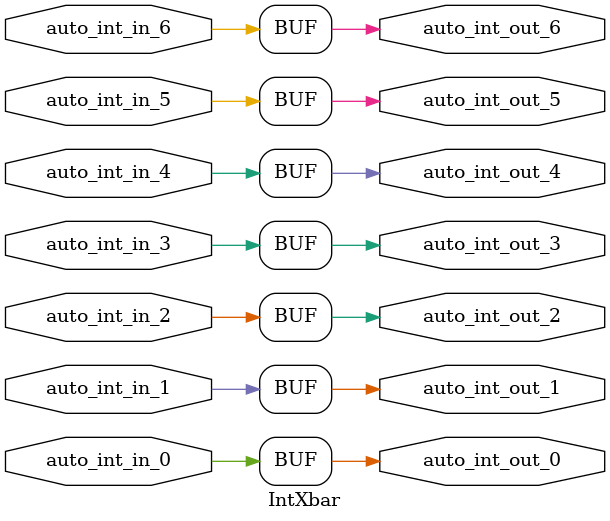
<source format=v>
module IntXbar(
  input   auto_int_in_0,
  input   auto_int_in_1,
  input   auto_int_in_2,
  input   auto_int_in_3,
  input   auto_int_in_4,
  input   auto_int_in_5,
  input   auto_int_in_6,
  output  auto_int_out_0,
  output  auto_int_out_1,
  output  auto_int_out_2,
  output  auto_int_out_3,
  output  auto_int_out_4,
  output  auto_int_out_5,
  output  auto_int_out_6
);
  assign auto_int_out_0 = auto_int_in_0; // @[Nodes.scala 1210:84 LazyModule.scala 309:16]
  assign auto_int_out_1 = auto_int_in_1; // @[Nodes.scala 1210:84 LazyModule.scala 309:16]
  assign auto_int_out_2 = auto_int_in_2; // @[Nodes.scala 1210:84 LazyModule.scala 309:16]
  assign auto_int_out_3 = auto_int_in_3; // @[Nodes.scala 1210:84 LazyModule.scala 309:16]
  assign auto_int_out_4 = auto_int_in_4; // @[Nodes.scala 1210:84 LazyModule.scala 309:16]
  assign auto_int_out_5 = auto_int_in_5; // @[Nodes.scala 1210:84 LazyModule.scala 309:16]
  assign auto_int_out_6 = auto_int_in_6; // @[Nodes.scala 1210:84 LazyModule.scala 309:16]
endmodule

</source>
